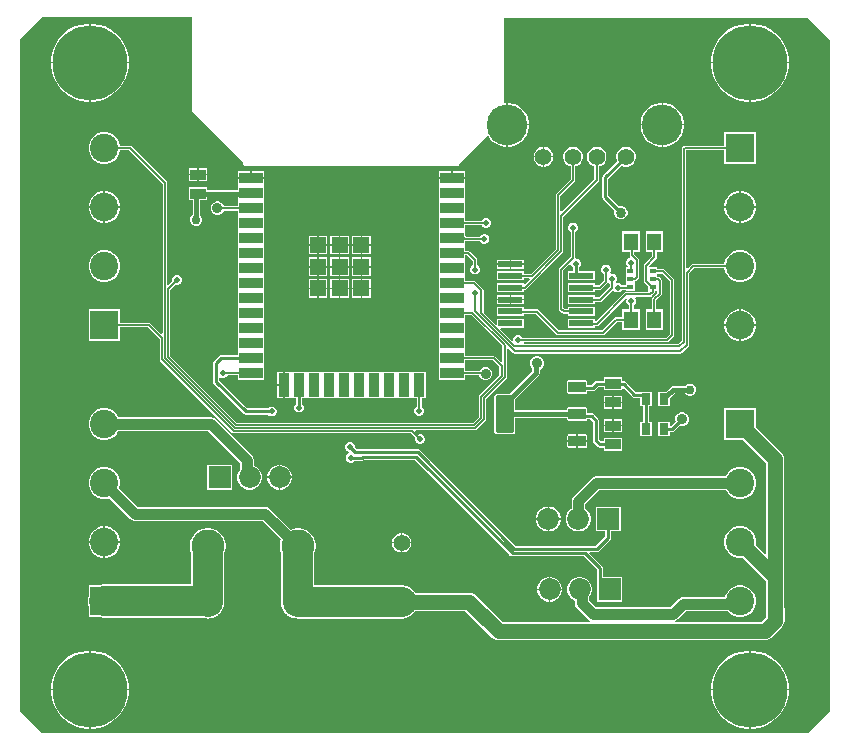
<source format=gtl>
G04*
G04 #@! TF.GenerationSoftware,Altium Limited,Altium Designer,22.7.1 (60)*
G04*
G04 Layer_Physical_Order=1*
G04 Layer_Color=255*
%FSLAX25Y25*%
%MOIN*%
G70*
G04*
G04 #@! TF.SameCoordinates,816887E5-1F56-4921-9221-960AF3535DAC*
G04*
G04*
G04 #@! TF.FilePolarity,Positive*
G04*
G01*
G75*
%ADD12C,0.01000*%
%ADD13C,0.00500*%
%ADD15R,0.05236X0.05236*%
%ADD16R,0.03543X0.07874*%
%ADD17R,0.07874X0.03543*%
%ADD19R,0.05217X0.03248*%
%ADD21R,0.04953X0.05756*%
%ADD33R,0.07284X0.07284*%
%ADD34C,0.07284*%
%ADD39R,0.03150X0.03937*%
%ADD40R,0.07874X0.01968*%
%ADD41R,0.01968X0.01575*%
G04:AMPARAMS|DCode=42|XSize=35.43mil|YSize=57.09mil|CornerRadius=1.95mil|HoleSize=0mil|Usage=FLASHONLY|Rotation=270.000|XOffset=0mil|YOffset=0mil|HoleType=Round|Shape=RoundedRectangle|*
%AMROUNDEDRECTD42*
21,1,0.03543,0.05319,0,0,270.0*
21,1,0.03154,0.05709,0,0,270.0*
1,1,0.00390,-0.02659,-0.01577*
1,1,0.00390,-0.02659,0.01577*
1,1,0.00390,0.02659,0.01577*
1,1,0.00390,0.02659,-0.01577*
%
%ADD42ROUNDEDRECTD42*%
G04:AMPARAMS|DCode=43|XSize=124.02mil|YSize=57.09mil|CornerRadius=2mil|HoleSize=0mil|Usage=FLASHONLY|Rotation=270.000|XOffset=0mil|YOffset=0mil|HoleType=Round|Shape=RoundedRectangle|*
%AMROUNDEDRECTD43*
21,1,0.12402,0.05309,0,0,270.0*
21,1,0.12002,0.05709,0,0,270.0*
1,1,0.00400,-0.02655,-0.06001*
1,1,0.00400,-0.02655,0.06001*
1,1,0.00400,0.02655,0.06001*
1,1,0.00400,0.02655,-0.06001*
%
%ADD43ROUNDEDRECTD43*%
%ADD44C,0.01500*%
%ADD45C,0.03500*%
%ADD46C,0.10000*%
%ADD47C,0.05000*%
%ADD48C,0.05591*%
%ADD49C,0.13583*%
%ADD50C,0.09449*%
%ADD51R,0.09449X0.09449*%
%ADD52C,0.25000*%
%ADD53C,0.10000*%
%ADD54C,0.05512*%
%ADD55C,0.11000*%
%ADD56C,0.02000*%
%ADD57C,0.03500*%
%ADD58C,0.03000*%
%ADD59C,0.03400*%
G36*
X184000Y291000D02*
X201199Y273801D01*
Y273134D01*
X201358Y272751D01*
X201740Y272593D01*
X272606D01*
X272989Y272751D01*
X273148Y273134D01*
Y273148D01*
X282439Y282439D01*
X282937Y282390D01*
X283431Y281651D01*
X284447Y280636D01*
X285641Y279838D01*
X286968Y279288D01*
X288376Y279008D01*
X288844D01*
Y286299D01*
Y293591D01*
X288376D01*
X288000Y293899D01*
Y322000D01*
X389463D01*
X396835Y314628D01*
Y90884D01*
X389431Y83480D01*
X134191D01*
X126787Y90884D01*
X126787Y314628D01*
X134191Y322032D01*
X184000D01*
Y291000D01*
D02*
G37*
%LPC*%
G36*
X371023Y320000D02*
X370250D01*
Y307250D01*
X383000D01*
Y308023D01*
X382680Y310044D01*
X382048Y311990D01*
X381119Y313813D01*
X379916Y315469D01*
X378469Y316916D01*
X376814Y318119D01*
X374990Y319048D01*
X373044Y319680D01*
X371023Y320000D01*
D02*
G37*
G36*
X369750D02*
X368977D01*
X366956Y319680D01*
X365010Y319048D01*
X363187Y318119D01*
X361531Y316916D01*
X360084Y315469D01*
X358881Y313813D01*
X357952Y311990D01*
X357320Y310044D01*
X357000Y308023D01*
Y307250D01*
X369750D01*
Y320000D01*
D02*
G37*
G36*
X151023D02*
X150250D01*
Y307250D01*
X163000D01*
Y308023D01*
X162680Y310044D01*
X162048Y311990D01*
X161119Y313813D01*
X159916Y315469D01*
X158469Y316916D01*
X156814Y318119D01*
X154990Y319048D01*
X153044Y319680D01*
X151023Y320000D01*
D02*
G37*
G36*
X149750D02*
X148977D01*
X146956Y319680D01*
X145010Y319048D01*
X143186Y318119D01*
X141531Y316916D01*
X140084Y315469D01*
X138881Y313813D01*
X137952Y311990D01*
X137320Y310044D01*
X137000Y308023D01*
Y307250D01*
X149750D01*
Y320000D01*
D02*
G37*
G36*
X383000Y306750D02*
X370250D01*
Y294000D01*
X371023D01*
X373044Y294320D01*
X374990Y294952D01*
X376814Y295881D01*
X378469Y297084D01*
X379916Y298531D01*
X381119Y300186D01*
X382048Y302010D01*
X382680Y303956D01*
X383000Y305977D01*
Y306750D01*
D02*
G37*
G36*
X369750D02*
X357000D01*
Y305977D01*
X357320Y303956D01*
X357952Y302010D01*
X358881Y300186D01*
X360084Y298531D01*
X361531Y297084D01*
X363187Y295881D01*
X365010Y294952D01*
X366956Y294320D01*
X368977Y294000D01*
X369750D01*
Y306750D01*
D02*
G37*
G36*
X163000D02*
X150250D01*
Y294000D01*
X151023D01*
X153044Y294320D01*
X154990Y294952D01*
X156814Y295881D01*
X158469Y297084D01*
X159916Y298531D01*
X161119Y300186D01*
X162048Y302010D01*
X162680Y303956D01*
X163000Y305977D01*
Y306750D01*
D02*
G37*
G36*
X149750D02*
X137000D01*
Y305977D01*
X137320Y303956D01*
X137952Y302010D01*
X138881Y300186D01*
X140084Y298531D01*
X141531Y297084D01*
X143186Y295881D01*
X145010Y294952D01*
X146956Y294320D01*
X148977Y294000D01*
X149750D01*
Y306750D01*
D02*
G37*
G36*
X341545Y293591D02*
X341077D01*
Y286549D01*
X348118D01*
Y287017D01*
X347838Y288426D01*
X347288Y289753D01*
X346490Y290947D01*
X345475Y291963D01*
X344281Y292761D01*
X342954Y293310D01*
X341545Y293591D01*
D02*
G37*
G36*
X289813D02*
X289345D01*
Y286549D01*
X296386D01*
Y287017D01*
X296106Y288426D01*
X295556Y289753D01*
X294758Y290947D01*
X293742Y291963D01*
X292548Y292761D01*
X291221Y293310D01*
X289813Y293591D01*
D02*
G37*
G36*
X340577D02*
X340109D01*
X338700Y293310D01*
X337373Y292761D01*
X336179Y291963D01*
X335163Y290947D01*
X334365Y289753D01*
X333816Y288426D01*
X333535Y287017D01*
Y286549D01*
X340577D01*
Y293591D01*
D02*
G37*
G36*
X348118Y286049D02*
X341077D01*
Y279008D01*
X341545D01*
X342954Y279288D01*
X344281Y279838D01*
X345475Y280636D01*
X346490Y281651D01*
X347288Y282845D01*
X347838Y284172D01*
X348118Y285581D01*
Y286049D01*
D02*
G37*
G36*
X340577D02*
X333535D01*
Y285581D01*
X333816Y284172D01*
X334365Y282845D01*
X335163Y281651D01*
X336179Y280636D01*
X337373Y279838D01*
X338700Y279288D01*
X340109Y279008D01*
X340577D01*
Y286049D01*
D02*
G37*
G36*
X296386D02*
X289345D01*
Y279008D01*
X289813D01*
X291221Y279288D01*
X292548Y279838D01*
X293742Y280636D01*
X294758Y281651D01*
X295556Y282845D01*
X296106Y284172D01*
X296386Y285581D01*
Y286049D01*
D02*
G37*
G36*
X301615Y278925D02*
X301431D01*
Y275880D01*
X304476D01*
Y276064D01*
X304252Y276902D01*
X303818Y277653D01*
X303204Y278267D01*
X302453Y278701D01*
X301615Y278925D01*
D02*
G37*
G36*
X300931D02*
X300747D01*
X299909Y278701D01*
X299158Y278267D01*
X298544Y277653D01*
X298110Y276902D01*
X297886Y276064D01*
Y275880D01*
X300931D01*
Y278925D01*
D02*
G37*
G36*
X329174D02*
X328306D01*
X327468Y278701D01*
X326717Y278267D01*
X326103Y277653D01*
X325670Y276902D01*
X325445Y276064D01*
Y275196D01*
X325670Y274358D01*
X325800Y274132D01*
X321098Y269430D01*
X320877Y269099D01*
X320799Y268709D01*
Y262181D01*
X320877Y261791D01*
X321098Y261460D01*
X324894Y257664D01*
X324800Y257438D01*
Y256562D01*
X325135Y255754D01*
X325754Y255135D01*
X326562Y254800D01*
X327438D01*
X328246Y255135D01*
X328865Y255754D01*
X329200Y256562D01*
Y257438D01*
X328865Y258246D01*
X328246Y258865D01*
X327438Y259200D01*
X326562D01*
X326336Y259106D01*
X322838Y262603D01*
Y268286D01*
X327242Y272690D01*
X327468Y272559D01*
X328306Y272335D01*
X329174D01*
X330012Y272559D01*
X330764Y272993D01*
X331377Y273607D01*
X331811Y274358D01*
X332035Y275196D01*
Y276064D01*
X331811Y276902D01*
X331377Y277653D01*
X330764Y278267D01*
X330012Y278701D01*
X329174Y278925D01*
D02*
G37*
G36*
X304476Y275380D02*
X301431D01*
Y272335D01*
X301615D01*
X302453Y272559D01*
X303204Y272993D01*
X303818Y273607D01*
X304252Y274358D01*
X304476Y275196D01*
Y275380D01*
D02*
G37*
G36*
X300931D02*
X297886D01*
Y275196D01*
X298110Y274358D01*
X298544Y273607D01*
X299158Y272993D01*
X299909Y272559D01*
X300747Y272335D01*
X300931D01*
Y275380D01*
D02*
G37*
G36*
X189100Y271754D02*
X186242D01*
Y269880D01*
X189100D01*
Y271754D01*
D02*
G37*
G36*
X185742D02*
X182884D01*
Y269880D01*
X185742D01*
Y271754D01*
D02*
G37*
G36*
X275075Y270721D02*
X270888D01*
Y268699D01*
X275075D01*
Y270721D01*
D02*
G37*
G36*
X270388D02*
X266201D01*
Y268699D01*
X270388D01*
Y270721D01*
D02*
G37*
G36*
X208146D02*
X203959D01*
Y268699D01*
X208146D01*
Y270721D01*
D02*
G37*
G36*
X203459D02*
X199272D01*
Y268699D01*
X203459D01*
Y270721D01*
D02*
G37*
G36*
X189100Y269380D02*
X186242D01*
Y267506D01*
X189100D01*
Y269380D01*
D02*
G37*
G36*
X185742D02*
X182884D01*
Y267506D01*
X185742D01*
Y269380D01*
D02*
G37*
G36*
X208146Y268199D02*
X199272D01*
Y266220D01*
X199272Y266177D01*
Y265721D01*
X199272Y265677D01*
Y264605D01*
X189100D01*
Y265455D01*
X182884D01*
Y261207D01*
X184225D01*
Y256154D01*
X183805Y255733D01*
X183500Y254998D01*
Y254202D01*
X183805Y253467D01*
X184367Y252905D01*
X185102Y252600D01*
X185898D01*
X186633Y252905D01*
X187196Y253467D01*
X187500Y254202D01*
Y254998D01*
X187196Y255733D01*
X186775Y256154D01*
Y261207D01*
X189100D01*
Y262056D01*
X199272D01*
Y261221D01*
X199272Y261177D01*
Y260720D01*
X199272Y260677D01*
Y259165D01*
X194656D01*
X194437Y259694D01*
X193794Y260336D01*
X192954Y260684D01*
X192046D01*
X191206Y260336D01*
X190563Y259694D01*
X190216Y258854D01*
Y257946D01*
X190563Y257106D01*
X191206Y256464D01*
X192046Y256116D01*
X192954D01*
X193794Y256464D01*
X194437Y257106D01*
X194656Y257635D01*
X199272D01*
Y256221D01*
X199272Y256177D01*
Y255720D01*
X199272Y255677D01*
Y251220D01*
X199272Y251177D01*
Y250721D01*
X199272Y250677D01*
Y246220D01*
X199272Y246177D01*
Y245721D01*
X199272Y245677D01*
Y241220D01*
X199272Y241177D01*
Y240721D01*
X199272Y240677D01*
Y236221D01*
X199272Y236177D01*
Y235720D01*
X199272Y235677D01*
Y231221D01*
X199272Y231177D01*
Y230720D01*
X199272Y230677D01*
Y226220D01*
X199272Y226177D01*
Y225721D01*
X199272Y225677D01*
Y221220D01*
X199272Y221177D01*
Y220721D01*
X199272Y220677D01*
Y216220D01*
X199272Y216177D01*
Y215721D01*
X199272Y215677D01*
Y211221D01*
X199272Y211177D01*
Y210720D01*
X199272Y210677D01*
Y209468D01*
X193849D01*
X193459Y209391D01*
X193128Y209170D01*
X191379Y207421D01*
X191158Y207090D01*
X191080Y206700D01*
Y200500D01*
X191158Y200110D01*
X191379Y199779D01*
X201179Y189979D01*
X201510Y189758D01*
X201900Y189680D01*
X209308D01*
X209674Y189315D01*
X210275Y189066D01*
X210925D01*
X211526Y189315D01*
X211985Y189774D01*
X212234Y190375D01*
Y191025D01*
X211985Y191626D01*
X211526Y192085D01*
X210925Y192334D01*
X210275D01*
X209674Y192085D01*
X209308Y191720D01*
X202322D01*
X193120Y200922D01*
Y201816D01*
X193620Y201996D01*
X194175Y201766D01*
X194825D01*
X195426Y202015D01*
X195885Y202474D01*
X195972Y202684D01*
X199272D01*
Y201177D01*
X208146D01*
Y205720D01*
X208146D01*
Y206177D01*
X208146D01*
Y210677D01*
X208146Y210720D01*
Y211177D01*
X208146Y211221D01*
Y215677D01*
X208146Y215721D01*
Y216177D01*
X208146Y216220D01*
Y220677D01*
X208146Y220721D01*
Y221177D01*
X208146Y221220D01*
Y225677D01*
X208146Y225721D01*
Y226177D01*
X208146Y226220D01*
Y230677D01*
X208146Y230720D01*
Y231177D01*
X208146Y231221D01*
Y235677D01*
X208146Y235720D01*
Y236177D01*
X208146Y236221D01*
Y240677D01*
X208146Y240721D01*
Y241177D01*
X208146Y241220D01*
Y245677D01*
X208146Y245721D01*
Y246177D01*
X208146Y246220D01*
Y250677D01*
X208146Y250721D01*
Y251177D01*
X208146Y251220D01*
Y255677D01*
X208146Y255720D01*
Y256177D01*
X208146Y256221D01*
Y260677D01*
X208146Y260720D01*
Y261177D01*
X208146Y261221D01*
Y265677D01*
X208146Y265721D01*
Y266177D01*
X208146Y266220D01*
Y268199D01*
D02*
G37*
G36*
X367416Y264067D02*
X366978D01*
Y259092D01*
X371953D01*
Y259530D01*
X371597Y260859D01*
X370909Y262050D01*
X369936Y263023D01*
X368745Y263711D01*
X367416Y264067D01*
D02*
G37*
G36*
X366478D02*
X366040D01*
X364712Y263711D01*
X363521Y263023D01*
X362548Y262050D01*
X361860Y260859D01*
X361504Y259530D01*
Y259092D01*
X366478D01*
Y264067D01*
D02*
G37*
G36*
X155459D02*
X155022D01*
Y259092D01*
X159996D01*
Y259530D01*
X159640Y260859D01*
X158952Y262050D01*
X157980Y263023D01*
X156788Y263711D01*
X155459Y264067D01*
D02*
G37*
G36*
X154522D02*
X154084D01*
X152755Y263711D01*
X151564Y263023D01*
X150591Y262050D01*
X149903Y260859D01*
X149547Y259530D01*
Y259092D01*
X154522D01*
Y264067D01*
D02*
G37*
G36*
X319332Y278925D02*
X318464D01*
X317626Y278701D01*
X316874Y278267D01*
X316261Y277653D01*
X315827Y276902D01*
X315602Y276064D01*
Y275196D01*
X315827Y274358D01*
X316261Y273607D01*
X316874Y272993D01*
X317626Y272559D01*
X318133Y272423D01*
Y268033D01*
X307313Y257214D01*
X306851Y257405D01*
Y262463D01*
X311564Y267176D01*
X311730Y267424D01*
X311788Y267717D01*
X311788Y267717D01*
Y272423D01*
X312296Y272559D01*
X313047Y272993D01*
X313661Y273607D01*
X314094Y274358D01*
X314319Y275196D01*
Y276064D01*
X314094Y276902D01*
X313661Y277653D01*
X313047Y278267D01*
X312296Y278701D01*
X311457Y278925D01*
X310590D01*
X309752Y278701D01*
X309000Y278267D01*
X308387Y277653D01*
X307953Y276902D01*
X307728Y276064D01*
Y275196D01*
X307953Y274358D01*
X308387Y273607D01*
X309000Y272993D01*
X309752Y272559D01*
X310259Y272423D01*
Y268033D01*
X305546Y263320D01*
X305380Y263072D01*
X305322Y262779D01*
Y244825D01*
X297135Y236639D01*
X294626D01*
Y237358D01*
X285752D01*
Y234390D01*
X294626D01*
Y235109D01*
X296367D01*
X296558Y234647D01*
X295088Y233177D01*
X294626Y233369D01*
Y233421D01*
X285752D01*
Y230453D01*
X294626D01*
Y231172D01*
X294929D01*
X295222Y231230D01*
X295470Y231396D01*
X307627Y243554D01*
X307793Y243802D01*
X307851Y244094D01*
Y255589D01*
X319438Y267176D01*
X319604Y267424D01*
X319662Y267717D01*
Y272423D01*
X320170Y272559D01*
X320921Y272993D01*
X321534Y273607D01*
X321968Y274358D01*
X322193Y275196D01*
Y276064D01*
X321968Y276902D01*
X321534Y277653D01*
X320921Y278267D01*
X320170Y278701D01*
X319332Y278925D01*
D02*
G37*
G36*
X371953Y258593D02*
X366978D01*
Y253618D01*
X367416D01*
X368745Y253974D01*
X369936Y254662D01*
X370909Y255635D01*
X371597Y256826D01*
X371953Y258155D01*
Y258593D01*
D02*
G37*
G36*
X366478D02*
X361504D01*
Y258155D01*
X361860Y256826D01*
X362548Y255635D01*
X363521Y254662D01*
X364712Y253974D01*
X366040Y253618D01*
X366478D01*
Y258593D01*
D02*
G37*
G36*
X159996Y258593D02*
X155022D01*
Y253618D01*
X155459D01*
X156788Y253974D01*
X157980Y254662D01*
X158952Y255635D01*
X159640Y256826D01*
X159996Y258155D01*
Y258593D01*
D02*
G37*
G36*
X154522D02*
X149547D01*
Y258155D01*
X149903Y256826D01*
X150591Y255635D01*
X151564Y254662D01*
X152755Y253974D01*
X154084Y253618D01*
X154522D01*
Y258593D01*
D02*
G37*
G36*
X371953Y283752D02*
X361504D01*
Y279292D01*
X348293D01*
X348000Y279234D01*
X347752Y279068D01*
X347459Y278775D01*
X347293Y278527D01*
X347235Y278235D01*
Y214317D01*
X346083Y213165D01*
X294854D01*
X294587Y213665D01*
X294635Y213735D01*
X342200D01*
X342493Y213793D01*
X342741Y213959D01*
X344541Y215759D01*
X344541Y215759D01*
X344707Y216007D01*
X344765Y216300D01*
Y234400D01*
X344765Y234400D01*
X344707Y234693D01*
X344541Y234941D01*
X341543Y237938D01*
X341295Y238104D01*
X341002Y238162D01*
X339063D01*
Y238685D01*
X336574D01*
X336367Y239185D01*
X338726Y241544D01*
X338892Y241792D01*
X338950Y242085D01*
Y243960D01*
X341162D01*
Y250717D01*
X335208D01*
Y243960D01*
X337420D01*
Y242402D01*
X334859Y239841D01*
X334694Y239593D01*
X334635Y239300D01*
Y234185D01*
X334694Y233892D01*
X334859Y233644D01*
X335743Y232761D01*
X335973Y232607D01*
X336094Y232486D01*
Y230992D01*
X336094D01*
X335942Y230556D01*
X335881Y230465D01*
X328700D01*
X328407Y230406D01*
X328159Y230241D01*
X318748Y220830D01*
X318248Y220921D01*
Y221610D01*
X309374D01*
Y218642D01*
X318248D01*
Y219235D01*
X319000D01*
X319293Y219293D01*
X319541Y219459D01*
X328634Y228553D01*
X328679Y228544D01*
X328970Y227976D01*
X328866Y227725D01*
Y227075D01*
X329115Y226474D01*
X329574Y226015D01*
X329728Y225951D01*
Y224717D01*
X327516D01*
Y222103D01*
X325339D01*
X325046Y222045D01*
X324798Y221879D01*
X320683Y217765D01*
X306317D01*
X299541Y224541D01*
X299293Y224707D01*
X299000Y224765D01*
X294626D01*
Y225547D01*
X285752D01*
Y222579D01*
X294626D01*
Y223235D01*
X298683D01*
X305459Y216459D01*
X305459Y216459D01*
X305707Y216294D01*
X306000Y216235D01*
X321000D01*
X321293Y216294D01*
X321541Y216459D01*
X325655Y220574D01*
X327516D01*
Y217960D01*
X333469D01*
Y224717D01*
X331257D01*
Y225945D01*
X331426Y226015D01*
X331885Y226474D01*
X332134Y227075D01*
Y227725D01*
X331885Y228326D01*
X331776Y228435D01*
X331983Y228935D01*
X336700D01*
X336993Y228994D01*
X337241Y229159D01*
X338120Y230038D01*
X338285Y230286D01*
X338343Y230579D01*
Y230992D01*
X339063D01*
X339135Y230522D01*
Y230317D01*
X337559Y228741D01*
X337393Y228493D01*
X337335Y228200D01*
Y224717D01*
X335208D01*
Y217960D01*
X341162D01*
Y224717D01*
X338865D01*
Y227883D01*
X340441Y229459D01*
X340441Y229459D01*
X340606Y229707D01*
X340665Y230000D01*
Y234300D01*
X340606Y234593D01*
X340441Y234841D01*
X339902Y235379D01*
X339654Y235545D01*
X339361Y235603D01*
X339063D01*
Y236633D01*
X340686D01*
X343235Y234083D01*
Y216617D01*
X341883Y215265D01*
X294152D01*
X294085Y215426D01*
X293626Y215885D01*
X293025Y216134D01*
X292375D01*
X291774Y215885D01*
X291315Y215426D01*
X291066Y214825D01*
Y214523D01*
X290566Y214316D01*
X286702Y218180D01*
X286893Y218642D01*
X294626D01*
Y221610D01*
X285752D01*
Y219783D01*
X285290Y219591D01*
X281217Y223665D01*
Y231048D01*
X281217Y231048D01*
X281158Y231341D01*
X280993Y231589D01*
X278592Y233990D01*
X278344Y234155D01*
X278051Y234213D01*
X275075D01*
Y235677D01*
X275075Y235720D01*
Y236177D01*
X275075Y236221D01*
Y240677D01*
X275075Y240721D01*
Y241177D01*
X275075Y241220D01*
Y242684D01*
X275834D01*
X277635Y240883D01*
Y239452D01*
X277474Y239385D01*
X277015Y238926D01*
X276766Y238325D01*
Y237675D01*
X277015Y237074D01*
X277474Y236615D01*
X278075Y236366D01*
X278725D01*
X279326Y236615D01*
X279785Y237074D01*
X280034Y237675D01*
Y238325D01*
X279785Y238926D01*
X279326Y239385D01*
X279165Y239452D01*
Y241200D01*
X279106Y241493D01*
X278941Y241741D01*
X276692Y243989D01*
X276444Y244155D01*
X276151Y244214D01*
X275075D01*
Y245677D01*
X275075Y245721D01*
Y246177D01*
X275075Y246220D01*
Y247435D01*
X280048D01*
X280115Y247274D01*
X280574Y246815D01*
X281175Y246566D01*
X281825D01*
X282426Y246815D01*
X282885Y247274D01*
X283134Y247875D01*
Y248525D01*
X282885Y249126D01*
X282426Y249585D01*
X281825Y249834D01*
X281175D01*
X280574Y249585D01*
X280115Y249126D01*
X280048Y248965D01*
X275504D01*
X275075Y249364D01*
Y250677D01*
X275075Y250721D01*
Y251177D01*
X275075Y251220D01*
Y252735D01*
X280548D01*
X280615Y252574D01*
X281074Y252115D01*
X281675Y251866D01*
X282325D01*
X282926Y252115D01*
X283385Y252574D01*
X283634Y253175D01*
Y253825D01*
X283385Y254426D01*
X282926Y254885D01*
X282325Y255134D01*
X281675D01*
X281074Y254885D01*
X280615Y254426D01*
X280548Y254265D01*
X275075D01*
Y255677D01*
X275075Y255720D01*
Y256177D01*
X275075Y256221D01*
Y260677D01*
X275075Y260720D01*
Y261177D01*
X275075Y261221D01*
Y265677D01*
X275075Y265721D01*
Y266177D01*
X275075Y266220D01*
Y268199D01*
X266201D01*
Y266220D01*
X266201Y266177D01*
Y265721D01*
X266201Y265677D01*
Y261221D01*
X266201Y261177D01*
Y260720D01*
X266201Y260677D01*
Y256221D01*
X266201Y256177D01*
Y255720D01*
X266201Y255677D01*
Y251220D01*
X266201Y251177D01*
Y250721D01*
X266201Y250677D01*
Y246220D01*
X266201Y246177D01*
Y245721D01*
X266201Y245677D01*
Y241220D01*
X266201Y241177D01*
Y240721D01*
X266201Y240677D01*
Y236221D01*
X266201Y236177D01*
Y235720D01*
X266201Y235677D01*
Y231221D01*
X266201Y231177D01*
Y230720D01*
X266201Y230677D01*
Y226220D01*
X266201Y226177D01*
Y225721D01*
X266201Y225677D01*
Y221220D01*
X266201Y221177D01*
Y220721D01*
X266201Y220677D01*
Y216220D01*
X266201Y216177D01*
Y215721D01*
X266201Y215677D01*
Y211221D01*
X266201Y211177D01*
Y210720D01*
X266201Y210677D01*
Y206221D01*
X266201Y206177D01*
Y205720D01*
X266201Y205677D01*
Y201177D01*
X275075D01*
Y202684D01*
X279683D01*
X279963Y202006D01*
X280606Y201363D01*
X281446Y201016D01*
X282354D01*
X283194Y201363D01*
X283837Y202006D01*
X284184Y202846D01*
Y203754D01*
X283837Y204594D01*
X283194Y205237D01*
X282354Y205584D01*
X281446D01*
X280606Y205237D01*
X279963Y204594D01*
X279806Y204214D01*
X275075D01*
Y205677D01*
X275075Y205720D01*
Y206177D01*
X275075Y206221D01*
Y207684D01*
X284234D01*
X286435Y205483D01*
Y202831D01*
X279759Y196155D01*
X279593Y195907D01*
X279535Y195614D01*
Y188817D01*
X277683Y186965D01*
X199117D01*
X176765Y209317D01*
Y231183D01*
X178514Y232932D01*
X178675Y232866D01*
X179325D01*
X179926Y233115D01*
X180385Y233574D01*
X180634Y234175D01*
Y234825D01*
X180385Y235426D01*
X179926Y235885D01*
X179325Y236134D01*
X178675D01*
X178074Y235885D01*
X177615Y235426D01*
X177366Y234825D01*
Y234175D01*
X177432Y234014D01*
X176227Y232808D01*
X175765Y232999D01*
Y266900D01*
X175707Y267193D01*
X175541Y267441D01*
X163913Y279068D01*
X163665Y279234D01*
X163372Y279292D01*
X159976D01*
X159640Y280544D01*
X158952Y281735D01*
X157980Y282708D01*
X156788Y283396D01*
X155459Y283752D01*
X154084D01*
X152755Y283396D01*
X151564Y282708D01*
X150591Y281735D01*
X149903Y280544D01*
X149547Y279215D01*
Y277840D01*
X149903Y276511D01*
X150591Y275320D01*
X151564Y274347D01*
X152755Y273659D01*
X154084Y273303D01*
X155459D01*
X156788Y273659D01*
X157980Y274347D01*
X158952Y275320D01*
X159640Y276511D01*
X159976Y277763D01*
X163056D01*
X174235Y266583D01*
Y216699D01*
X173773Y216508D01*
X170268Y220013D01*
X170020Y220179D01*
X169728Y220237D01*
X159996D01*
Y224697D01*
X149547D01*
Y214248D01*
X159996D01*
Y218708D01*
X169411D01*
X173235Y214883D01*
Y208172D01*
X173293Y207879D01*
X173459Y207631D01*
X197431Y183659D01*
X197431Y183659D01*
X197679Y183493D01*
X197972Y183435D01*
X197972Y183435D01*
X256883D01*
X258433Y181886D01*
X258366Y181725D01*
Y181075D01*
X258615Y180474D01*
X259074Y180015D01*
X259675Y179766D01*
X260325D01*
X260926Y180015D01*
X261385Y180474D01*
X261634Y181075D01*
Y181725D01*
X261385Y182326D01*
X260926Y182785D01*
X260325Y183034D01*
X259675D01*
X259514Y182968D01*
X258508Y183973D01*
X258699Y184435D01*
X278414D01*
X278707Y184494D01*
X278955Y184659D01*
X281841Y187545D01*
X282007Y187793D01*
X282065Y188086D01*
Y194883D01*
X288741Y201559D01*
X288741Y201559D01*
X288907Y201807D01*
X288965Y202100D01*
Y211686D01*
X289427Y211878D01*
X291098Y210206D01*
X291347Y210040D01*
X291639Y209982D01*
X346747D01*
X347039Y210040D01*
X347287Y210206D01*
X349541Y212459D01*
X349707Y212707D01*
X349765Y213000D01*
Y236683D01*
X351474Y238393D01*
X361525D01*
X361860Y237141D01*
X362548Y235950D01*
X363521Y234977D01*
X364712Y234289D01*
X366040Y233933D01*
X367416D01*
X368745Y234289D01*
X369936Y234977D01*
X370909Y235950D01*
X371597Y237141D01*
X371953Y238470D01*
Y239845D01*
X371597Y241174D01*
X370909Y242365D01*
X369936Y243338D01*
X368745Y244026D01*
X367416Y244382D01*
X366040D01*
X364712Y244026D01*
X363521Y243338D01*
X362548Y242365D01*
X361860Y241174D01*
X361525Y239922D01*
X351157D01*
X351157Y239922D01*
X350865Y239864D01*
X350617Y239698D01*
X349227Y238308D01*
X348765Y238499D01*
Y277763D01*
X361504D01*
Y273303D01*
X371953D01*
Y283752D01*
D02*
G37*
G36*
X243579Y249264D02*
X240711D01*
Y246396D01*
X243579D01*
Y249264D01*
D02*
G37*
G36*
X240211D02*
X237343D01*
Y246396D01*
X240211D01*
Y249264D01*
D02*
G37*
G36*
X236354D02*
X233486D01*
Y246396D01*
X236354D01*
Y249264D01*
D02*
G37*
G36*
X232986D02*
X230118D01*
Y246396D01*
X232986D01*
Y249264D01*
D02*
G37*
G36*
X229130D02*
X226262D01*
Y246396D01*
X229130D01*
Y249264D01*
D02*
G37*
G36*
X225762D02*
X222894D01*
Y246396D01*
X225762D01*
Y249264D01*
D02*
G37*
G36*
X243579Y245896D02*
X240711D01*
Y243028D01*
X243579D01*
Y245896D01*
D02*
G37*
G36*
X240211D02*
X237343D01*
Y243028D01*
X240211D01*
Y245896D01*
D02*
G37*
G36*
X236354D02*
X233486D01*
Y243028D01*
X236354D01*
Y245896D01*
D02*
G37*
G36*
X232986D02*
X230118D01*
Y243028D01*
X232986D01*
Y245896D01*
D02*
G37*
G36*
X229130D02*
X226262D01*
Y243028D01*
X229130D01*
Y245896D01*
D02*
G37*
G36*
X225762D02*
X222894D01*
Y243028D01*
X225762D01*
Y245896D01*
D02*
G37*
G36*
X294626Y241295D02*
X290439D01*
Y240061D01*
X294626D01*
Y241295D01*
D02*
G37*
G36*
X289939D02*
X285752D01*
Y240061D01*
X289939D01*
Y241295D01*
D02*
G37*
G36*
X243579Y242039D02*
X240711D01*
Y239171D01*
X243579D01*
Y242039D01*
D02*
G37*
G36*
X240211D02*
X237343D01*
Y239171D01*
X240211D01*
Y242039D01*
D02*
G37*
G36*
X236354D02*
X233486D01*
Y239171D01*
X236354D01*
Y242039D01*
D02*
G37*
G36*
X232986D02*
X230118D01*
Y239171D01*
X232986D01*
Y242039D01*
D02*
G37*
G36*
X229130D02*
X226262D01*
Y239171D01*
X229130D01*
Y242039D01*
D02*
G37*
G36*
X225762D02*
X222894D01*
Y239171D01*
X225762D01*
Y242039D01*
D02*
G37*
G36*
X294626Y239561D02*
X290439D01*
Y238327D01*
X294626D01*
Y239561D01*
D02*
G37*
G36*
X289939D02*
X285752D01*
Y238327D01*
X289939D01*
Y239561D01*
D02*
G37*
G36*
X243579Y238671D02*
X240711D01*
Y235803D01*
X243579D01*
Y238671D01*
D02*
G37*
G36*
X240211D02*
X237343D01*
Y235803D01*
X240211D01*
Y238671D01*
D02*
G37*
G36*
X236354D02*
X233486D01*
Y235803D01*
X236354D01*
Y238671D01*
D02*
G37*
G36*
X232986D02*
X230118D01*
Y235803D01*
X232986D01*
Y238671D01*
D02*
G37*
G36*
X229130D02*
X226262D01*
Y235803D01*
X229130D01*
Y238671D01*
D02*
G37*
G36*
X225762D02*
X222894D01*
Y235803D01*
X225762D01*
Y238671D01*
D02*
G37*
G36*
X311325Y253634D02*
X310675D01*
X310074Y253385D01*
X309615Y252926D01*
X309366Y252325D01*
Y251675D01*
X309615Y251074D01*
X310074Y250615D01*
X310235Y250548D01*
Y242317D01*
X306459Y238541D01*
X306294Y238293D01*
X306235Y238000D01*
Y225000D01*
X306294Y224707D01*
X306459Y224459D01*
X307396Y223522D01*
X307644Y223357D01*
X307937Y223298D01*
X309374D01*
Y222579D01*
X318248D01*
Y225547D01*
X309374D01*
Y224828D01*
X308254D01*
X307765Y225317D01*
Y237683D01*
X309904Y239822D01*
X310394Y239606D01*
X310615Y239074D01*
X310980Y238708D01*
Y237358D01*
X309374D01*
Y234390D01*
X318248D01*
Y237358D01*
X313020D01*
Y238708D01*
X313385Y239074D01*
X313634Y239675D01*
Y240325D01*
X313385Y240926D01*
X312926Y241385D01*
X312325Y241634D01*
X312202D01*
X311765Y242000D01*
X311765Y242096D01*
Y250548D01*
X311926Y250615D01*
X312385Y251074D01*
X312634Y251675D01*
Y252325D01*
X312385Y252926D01*
X311926Y253385D01*
X311325Y253634D01*
D02*
G37*
G36*
X155459Y244382D02*
X154084D01*
X152755Y244026D01*
X151564Y243338D01*
X150591Y242365D01*
X149903Y241174D01*
X149547Y239845D01*
Y238470D01*
X149903Y237141D01*
X150591Y235950D01*
X151564Y234977D01*
X152755Y234289D01*
X154084Y233933D01*
X155459D01*
X156788Y234289D01*
X157980Y234977D01*
X158952Y235950D01*
X159640Y237141D01*
X159996Y238470D01*
Y239845D01*
X159640Y241174D01*
X158952Y242365D01*
X157980Y243338D01*
X156788Y244026D01*
X155459Y244382D01*
D02*
G37*
G36*
X333469Y250717D02*
X327516D01*
Y243960D01*
X329935D01*
Y242800D01*
X329994Y242507D01*
X330049Y242424D01*
X330053Y242347D01*
X329938Y241950D01*
X329864Y241847D01*
X329474Y241685D01*
X329015Y241226D01*
X328766Y240625D01*
Y239975D01*
X329015Y239374D01*
X329204Y239185D01*
X328997Y238685D01*
X328614D01*
Y236110D01*
Y232765D01*
X327352D01*
X327285Y232926D01*
X326826Y233385D01*
X326225Y233634D01*
X325653D01*
X325486Y233862D01*
X325395Y234096D01*
X325634Y234675D01*
Y235325D01*
X325385Y235926D01*
X324926Y236385D01*
X324325Y236634D01*
X323675D01*
X323637Y236618D01*
X323354Y237042D01*
X323385Y237074D01*
X323634Y237675D01*
Y238325D01*
X323385Y238926D01*
X322926Y239385D01*
X322325Y239634D01*
X321675D01*
X321074Y239385D01*
X320615Y238926D01*
X320366Y238325D01*
Y237675D01*
X320615Y237074D01*
X321074Y236615D01*
X321235Y236548D01*
Y234317D01*
X319620Y232702D01*
X318248D01*
Y233421D01*
X309374D01*
Y230453D01*
X318248D01*
Y231172D01*
X319937D01*
X320230Y231230D01*
X320478Y231396D01*
X322541Y233459D01*
X322735Y233516D01*
X323235Y233163D01*
Y232317D01*
X319683Y228765D01*
X318248D01*
Y229484D01*
X309374D01*
Y226516D01*
X318248D01*
Y227235D01*
X320000D01*
X320293Y227293D01*
X320541Y227459D01*
X324056Y230975D01*
X324689Y230900D01*
X324974Y230615D01*
X325575Y230366D01*
X326225D01*
X326826Y230615D01*
X327285Y231074D01*
X327352Y231235D01*
X328614D01*
Y230992D01*
X331583D01*
Y234074D01*
X331739D01*
X332031Y234132D01*
X332279Y234298D01*
X332841Y234859D01*
X332841Y234859D01*
X333007Y235107D01*
X333065Y235400D01*
Y241200D01*
X333007Y241493D01*
X332841Y241741D01*
X331465Y243117D01*
Y243960D01*
X333469D01*
Y250717D01*
D02*
G37*
G36*
X243579Y234815D02*
X240711D01*
Y231947D01*
X243579D01*
Y234815D01*
D02*
G37*
G36*
X240211D02*
X237343D01*
Y231947D01*
X240211D01*
Y234815D01*
D02*
G37*
G36*
X236354D02*
X233486D01*
Y231947D01*
X236354D01*
Y234815D01*
D02*
G37*
G36*
X232986D02*
X230118D01*
Y231947D01*
X232986D01*
Y234815D01*
D02*
G37*
G36*
X229130D02*
X226262D01*
Y231947D01*
X229130D01*
Y234815D01*
D02*
G37*
G36*
X225762D02*
X222894D01*
Y231947D01*
X225762D01*
Y234815D01*
D02*
G37*
G36*
X243579Y231447D02*
X240711D01*
Y228579D01*
X243579D01*
Y231447D01*
D02*
G37*
G36*
X240211D02*
X237343D01*
Y228579D01*
X240211D01*
Y231447D01*
D02*
G37*
G36*
X236354D02*
X233486D01*
Y228579D01*
X236354D01*
Y231447D01*
D02*
G37*
G36*
X232986D02*
X230118D01*
Y228579D01*
X232986D01*
Y231447D01*
D02*
G37*
G36*
X229130D02*
X226262D01*
Y228579D01*
X229130D01*
Y231447D01*
D02*
G37*
G36*
X225762D02*
X222894D01*
Y228579D01*
X225762D01*
Y231447D01*
D02*
G37*
G36*
X294626Y229484D02*
X290439D01*
Y228250D01*
X294626D01*
Y229484D01*
D02*
G37*
G36*
X289939D02*
X285752D01*
Y228250D01*
X289939D01*
Y229484D01*
D02*
G37*
G36*
X294626Y227750D02*
X290439D01*
Y226516D01*
X294626D01*
Y227750D01*
D02*
G37*
G36*
X289939D02*
X285752D01*
Y226516D01*
X289939D01*
Y227750D01*
D02*
G37*
G36*
X367416Y224697D02*
X366978D01*
Y219722D01*
X371953D01*
Y220160D01*
X371597Y221489D01*
X370909Y222680D01*
X369936Y223653D01*
X368745Y224341D01*
X367416Y224697D01*
D02*
G37*
G36*
X366478D02*
X366040D01*
X364712Y224341D01*
X363521Y223653D01*
X362548Y222680D01*
X361860Y221489D01*
X361504Y220160D01*
Y219722D01*
X366478D01*
Y224697D01*
D02*
G37*
G36*
X371953Y219222D02*
X366978D01*
Y214248D01*
X367416D01*
X368745Y214604D01*
X369936Y215292D01*
X370909Y216265D01*
X371597Y217456D01*
X371953Y218785D01*
Y219222D01*
D02*
G37*
G36*
X366478D02*
X361504D01*
Y218785D01*
X361860Y217456D01*
X362548Y216265D01*
X363521Y215292D01*
X364712Y214604D01*
X366040Y214248D01*
X366478D01*
Y219222D01*
D02*
G37*
G36*
X257402Y203949D02*
X256945D01*
X256902Y203949D01*
X252445D01*
X252402Y203949D01*
X251945D01*
X251902Y203949D01*
X247445D01*
X247402Y203949D01*
X246945D01*
X246902Y203949D01*
X242445D01*
X242402Y203949D01*
X241945D01*
X241902Y203949D01*
X237445D01*
X237402Y203949D01*
X236945D01*
X236902Y203949D01*
X232445D01*
X232402Y203949D01*
X231945D01*
X231902Y203949D01*
X227445D01*
X227402Y203949D01*
X226945D01*
X226902Y203949D01*
X222445D01*
X222402Y203949D01*
X221945D01*
X221902Y203949D01*
X217445D01*
X217402Y203949D01*
X216945D01*
X216902Y203949D01*
X214923D01*
Y199512D01*
Y195075D01*
X216902D01*
X216945Y195075D01*
X217402D01*
X217445Y195075D01*
X218687D01*
Y193292D01*
X218321Y192926D01*
X218072Y192325D01*
Y191675D01*
X218321Y191074D01*
X218780Y190615D01*
X219381Y190366D01*
X220031D01*
X220632Y190615D01*
X221092Y191074D01*
X221340Y191675D01*
Y192325D01*
X221092Y192926D01*
X220726Y193292D01*
Y195075D01*
X221902D01*
X221945Y195075D01*
X222402D01*
X222445Y195075D01*
X226902D01*
X226945Y195075D01*
X227402D01*
X227445Y195075D01*
X231902D01*
X231945Y195075D01*
X232402D01*
X232445Y195075D01*
X236902D01*
X236945Y195075D01*
X237402D01*
X237445Y195075D01*
X241902D01*
X241945Y195075D01*
X242402D01*
X242445Y195075D01*
X246902D01*
X246945Y195075D01*
X247402D01*
X247445Y195075D01*
X251902D01*
X251945Y195075D01*
X252402D01*
X252445Y195075D01*
X256902D01*
X256945Y195075D01*
X257402D01*
X257445Y195075D01*
X259035D01*
Y192352D01*
X258874Y192285D01*
X258415Y191826D01*
X258166Y191225D01*
Y190575D01*
X258415Y189974D01*
X258874Y189515D01*
X259475Y189266D01*
X260125D01*
X260726Y189515D01*
X261185Y189974D01*
X261434Y190575D01*
Y191225D01*
X261185Y191826D01*
X260726Y192285D01*
X260565Y192352D01*
Y195075D01*
X261945D01*
Y203949D01*
X257445D01*
X257402Y203949D01*
D02*
G37*
G36*
X214423Y203949D02*
X212402D01*
Y199762D01*
X214423D01*
Y203949D01*
D02*
G37*
G36*
X327447Y202112D02*
X321230D01*
Y201008D01*
X319088D01*
X318698Y200930D01*
X318367Y200709D01*
X317178Y199520D01*
X315813D01*
Y200470D01*
X315759Y200742D01*
X315605Y200972D01*
X315375Y201125D01*
X315104Y201179D01*
X309785D01*
X309514Y201125D01*
X309284Y200972D01*
X309131Y200742D01*
X309077Y200470D01*
Y197317D01*
X309131Y197046D01*
X309284Y196816D01*
X309514Y196662D01*
X309785Y196608D01*
X315104D01*
X315375Y196662D01*
X315605Y196816D01*
X315759Y197046D01*
X315813Y197317D01*
Y197480D01*
X317600D01*
X317990Y197558D01*
X318321Y197779D01*
X319511Y198969D01*
X321230D01*
Y197864D01*
X327447D01*
Y198204D01*
X327947Y198411D01*
X330779Y195579D01*
X331110Y195358D01*
X331500Y195280D01*
X333311D01*
Y192370D01*
X334366D01*
Y187307D01*
X333311D01*
Y182370D01*
X337461D01*
Y187307D01*
X336405D01*
Y192370D01*
X337461D01*
Y197307D01*
X334374D01*
X334311Y197320D01*
X331922D01*
X328721Y200521D01*
X328390Y200742D01*
X328000Y200820D01*
X327447D01*
Y202112D01*
D02*
G37*
G36*
X350398Y200000D02*
X349602D01*
X348867Y199696D01*
X348446Y199275D01*
X344453D01*
X343965Y199178D01*
X343551Y198901D01*
X341957Y197307D01*
X339216D01*
Y192370D01*
X343366D01*
Y195126D01*
X343411Y195156D01*
X344981Y196725D01*
X348446D01*
X348867Y196305D01*
X349602Y196000D01*
X350398D01*
X351133Y196305D01*
X351695Y196867D01*
X352000Y197602D01*
Y198398D01*
X351695Y199133D01*
X351133Y199696D01*
X350398Y200000D01*
D02*
G37*
G36*
X214423Y199262D02*
X212402D01*
Y195075D01*
X214423D01*
Y199262D01*
D02*
G37*
G36*
X327447Y195813D02*
X324589D01*
Y193939D01*
X327447D01*
Y195813D01*
D02*
G37*
G36*
X324089D02*
X321230D01*
Y193939D01*
X324089D01*
Y195813D01*
D02*
G37*
G36*
X327447Y193439D02*
X324589D01*
Y191565D01*
X327447D01*
Y193439D01*
D02*
G37*
G36*
X324089D02*
X321230D01*
Y191565D01*
X324089D01*
Y193439D01*
D02*
G37*
G36*
X327447Y188112D02*
X324589D01*
Y186238D01*
X327447D01*
Y188112D01*
D02*
G37*
G36*
X324089D02*
X321230D01*
Y186238D01*
X324089D01*
Y188112D01*
D02*
G37*
G36*
X347848Y190350D02*
X346952D01*
X346126Y190007D01*
X345493Y189374D01*
X345150Y188548D01*
Y187652D01*
X345256Y187398D01*
X343866Y186008D01*
X343366Y186215D01*
Y187307D01*
X339216D01*
Y182370D01*
X343366D01*
Y183780D01*
X344100D01*
X344490Y183858D01*
X344821Y184079D01*
X346697Y185956D01*
X346952Y185850D01*
X347848D01*
X348675Y186193D01*
X349307Y186826D01*
X349650Y187652D01*
Y188548D01*
X349307Y189374D01*
X348675Y190007D01*
X347848Y190350D01*
D02*
G37*
G36*
X327447Y185738D02*
X324589D01*
Y183864D01*
X327447D01*
Y185738D01*
D02*
G37*
G36*
X324089D02*
X321230D01*
Y183864D01*
X324089D01*
Y185738D01*
D02*
G37*
G36*
X315104Y183069D02*
X312695D01*
Y181034D01*
X315813D01*
Y182360D01*
X315759Y182631D01*
X315605Y182861D01*
X315375Y183015D01*
X315104Y183069D01*
D02*
G37*
G36*
X312195D02*
X309785D01*
X309514Y183015D01*
X309284Y182861D01*
X309131Y182631D01*
X309077Y182360D01*
Y181034D01*
X312195D01*
Y183069D01*
D02*
G37*
G36*
X315813Y180534D02*
X312695D01*
Y178498D01*
X315104D01*
X315375Y178552D01*
X315605Y178706D01*
X315759Y178936D01*
X315813Y179207D01*
Y180534D01*
D02*
G37*
G36*
X312195D02*
X309077D01*
Y179207D01*
X309131Y178936D01*
X309284Y178706D01*
X309514Y178552D01*
X309785Y178498D01*
X312195D01*
Y180534D01*
D02*
G37*
G36*
X299524Y209323D02*
X298536D01*
X297623Y208945D01*
X296924Y208246D01*
X296546Y207333D01*
Y206345D01*
X296924Y205432D01*
X297373Y204983D01*
Y204128D01*
X289798Y196553D01*
X285578D01*
X285305Y196499D01*
X285073Y196344D01*
X284919Y196113D01*
X284864Y195840D01*
Y183838D01*
X284919Y183565D01*
X285073Y183333D01*
X285305Y183178D01*
X285578Y183124D01*
X290887D01*
X291160Y183178D01*
X291391Y183333D01*
X291546Y183565D01*
X291600Y183838D01*
Y188564D01*
X309077D01*
Y188262D01*
X309131Y187991D01*
X309284Y187761D01*
X309514Y187607D01*
X309785Y187553D01*
X315104D01*
X315375Y187607D01*
X315605Y187761D01*
X315759Y187991D01*
X315797Y188180D01*
X316778D01*
X317780Y187178D01*
Y180800D01*
X317858Y180410D01*
X318079Y180079D01*
X319190Y178968D01*
X319521Y178747D01*
X319911Y178669D01*
X321230D01*
Y177565D01*
X327447D01*
Y181813D01*
X321230D01*
Y180709D01*
X320333D01*
X319820Y181222D01*
Y187600D01*
X319742Y187990D01*
X319521Y188321D01*
X317921Y189921D01*
X317590Y190142D01*
X317200Y190220D01*
X315813D01*
Y191415D01*
X315759Y191686D01*
X315605Y191916D01*
X315375Y192070D01*
X315104Y192124D01*
X309785D01*
X309514Y192070D01*
X309284Y191916D01*
X309131Y191686D01*
X309077Y191415D01*
Y191113D01*
X291600D01*
Y194751D01*
X299549Y202699D01*
X299825Y203113D01*
X299922Y203600D01*
Y204519D01*
X300437Y204733D01*
X301136Y205432D01*
X301515Y206345D01*
Y207333D01*
X301136Y208246D01*
X300437Y208945D01*
X299524Y209323D01*
D02*
G37*
G36*
X213745Y172942D02*
X213450D01*
Y169050D01*
X217342D01*
Y169345D01*
X217059Y170399D01*
X216514Y171343D01*
X215743Y172114D01*
X214799Y172660D01*
X213745Y172942D01*
D02*
G37*
G36*
X212950D02*
X212655D01*
X211601Y172660D01*
X210657Y172114D01*
X209886Y171343D01*
X209341Y170399D01*
X209058Y169345D01*
Y169050D01*
X212950D01*
Y172942D01*
D02*
G37*
G36*
X217342Y168550D02*
X213450D01*
Y164658D01*
X213745D01*
X214799Y164941D01*
X215743Y165486D01*
X216514Y166257D01*
X217059Y167201D01*
X217342Y168255D01*
Y168550D01*
D02*
G37*
G36*
X212950D02*
X209058D01*
Y168255D01*
X209341Y167201D01*
X209886Y166257D01*
X210657Y165486D01*
X211601Y164941D01*
X212655Y164658D01*
X212950D01*
Y168550D01*
D02*
G37*
G36*
X155459Y191752D02*
X154084D01*
X152755Y191396D01*
X151564Y190708D01*
X150591Y189735D01*
X149903Y188544D01*
X149547Y187215D01*
Y185840D01*
X149903Y184511D01*
X150591Y183320D01*
X151564Y182347D01*
X152755Y181659D01*
X154084Y181303D01*
X155459D01*
X156788Y181659D01*
X157980Y182347D01*
X158952Y183320D01*
X159480Y184233D01*
X189422D01*
X200114Y173541D01*
Y172267D01*
X200182Y171926D01*
Y171639D01*
X199886Y171343D01*
X199340Y170399D01*
X199058Y169345D01*
Y168255D01*
X199340Y167201D01*
X199886Y166257D01*
X200657Y165486D01*
X201601Y164941D01*
X202655Y164658D01*
X203745D01*
X204799Y164941D01*
X205743Y165486D01*
X206514Y166257D01*
X207060Y167201D01*
X207342Y168255D01*
Y169345D01*
X207060Y170399D01*
X206514Y171343D01*
X205743Y172114D01*
X204799Y172660D01*
X204702Y172685D01*
Y174492D01*
X204528Y175370D01*
X204030Y176114D01*
X191995Y188150D01*
X191250Y188647D01*
X190373Y188822D01*
X159480D01*
X158952Y189735D01*
X157980Y190708D01*
X156788Y191396D01*
X155459Y191752D01*
D02*
G37*
G36*
X197342Y172942D02*
X189058D01*
Y164658D01*
X197342D01*
Y172942D01*
D02*
G37*
G36*
X367416Y172067D02*
X366040D01*
X364712Y171711D01*
X363521Y171023D01*
X362548Y170050D01*
X362020Y169137D01*
X318843D01*
X317965Y168962D01*
X317220Y168465D01*
X311216Y162461D01*
X310719Y161716D01*
X310544Y160839D01*
Y158297D01*
X310296Y158153D01*
X309524Y157382D01*
X308979Y156437D01*
X308697Y155384D01*
Y154293D01*
X308979Y153240D01*
X309524Y152295D01*
X310296Y151524D01*
X311240Y150979D01*
X312293Y150697D01*
X313384D01*
X314437Y150979D01*
X315382Y151524D01*
X316153Y152295D01*
X316698Y153240D01*
X316980Y154293D01*
Y155384D01*
X316698Y156437D01*
X316153Y157382D01*
X315382Y158153D01*
X315133Y158297D01*
Y159888D01*
X319793Y164548D01*
X362020D01*
X362548Y163635D01*
X363521Y162662D01*
X364712Y161974D01*
X366040Y161618D01*
X367416D01*
X368745Y161974D01*
X369936Y162662D01*
X370909Y163635D01*
X371597Y164826D01*
X371953Y166155D01*
Y167530D01*
X371597Y168859D01*
X370909Y170050D01*
X369936Y171023D01*
X368745Y171711D01*
X367416Y172067D01*
D02*
G37*
G36*
X303384Y158980D02*
X303089D01*
Y155089D01*
X306980D01*
Y155384D01*
X306698Y156437D01*
X306153Y157382D01*
X305382Y158153D01*
X304437Y158698D01*
X303384Y158980D01*
D02*
G37*
G36*
X302589D02*
X302293D01*
X301240Y158698D01*
X300295Y158153D01*
X299524Y157382D01*
X298979Y156437D01*
X298697Y155384D01*
Y155089D01*
X302589D01*
Y158980D01*
D02*
G37*
G36*
X306980Y154589D02*
X303089D01*
Y150697D01*
X303384D01*
X304437Y150979D01*
X305382Y151524D01*
X306153Y152295D01*
X306698Y153240D01*
X306980Y154293D01*
Y154589D01*
D02*
G37*
G36*
X302589D02*
X298697D01*
Y154293D01*
X298979Y153240D01*
X299524Y152295D01*
X300295Y151524D01*
X301240Y150979D01*
X302293Y150697D01*
X302589D01*
Y154589D01*
D02*
G37*
G36*
X155459Y152382D02*
X155022D01*
Y147407D01*
X159996D01*
Y147845D01*
X159640Y149174D01*
X158952Y150365D01*
X157980Y151338D01*
X156788Y152026D01*
X155459Y152382D01*
D02*
G37*
G36*
X154522D02*
X154084D01*
X152755Y152026D01*
X151564Y151338D01*
X150591Y150365D01*
X149903Y149174D01*
X149547Y147845D01*
Y147407D01*
X154522D01*
Y152382D01*
D02*
G37*
G36*
X254329Y150198D02*
X254150D01*
Y147193D01*
X257156D01*
Y147371D01*
X256934Y148199D01*
X256505Y148942D01*
X255899Y149548D01*
X255157Y149977D01*
X254329Y150198D01*
D02*
G37*
G36*
X253650D02*
X253471D01*
X252643Y149977D01*
X251901Y149548D01*
X251295Y148942D01*
X250866Y148199D01*
X250644Y147371D01*
Y147193D01*
X253650D01*
Y150198D01*
D02*
G37*
G36*
X257156Y146693D02*
X254150D01*
Y143687D01*
X254329D01*
X255157Y143909D01*
X255899Y144337D01*
X256505Y144943D01*
X256934Y145686D01*
X257156Y146514D01*
Y146693D01*
D02*
G37*
G36*
X253650D02*
X250644D01*
Y146514D01*
X250866Y145686D01*
X251295Y144943D01*
X251901Y144337D01*
X252643Y143909D01*
X253471Y143687D01*
X253650D01*
Y146693D01*
D02*
G37*
G36*
X371953Y191752D02*
X361504D01*
Y181303D01*
X367673D01*
X375474Y173503D01*
Y143344D01*
X375012Y143153D01*
X371898Y146267D01*
X371953Y146470D01*
Y147845D01*
X371597Y149174D01*
X370909Y150365D01*
X369936Y151338D01*
X368745Y152026D01*
X367416Y152382D01*
X366040D01*
X364712Y152026D01*
X363521Y151338D01*
X362548Y150365D01*
X361860Y149174D01*
X361504Y147845D01*
Y146470D01*
X361860Y145141D01*
X362548Y143950D01*
X363521Y142977D01*
X364712Y142289D01*
X366040Y141933D01*
X367416D01*
X367619Y141987D01*
X375474Y134133D01*
Y125100D01*
X375503Y124880D01*
Y122182D01*
X373747Y120426D01*
X345103D01*
X345054Y120926D01*
X345129Y120941D01*
X345874Y121438D01*
X348774Y124339D01*
X362505D01*
X362548Y124265D01*
X363521Y123292D01*
X364712Y122604D01*
X366040Y122248D01*
X367416D01*
X368745Y122604D01*
X369936Y123292D01*
X370909Y124265D01*
X371597Y125456D01*
X371953Y126785D01*
Y128160D01*
X371597Y129489D01*
X370909Y130680D01*
X369936Y131653D01*
X368745Y132341D01*
X367416Y132697D01*
X366040D01*
X364712Y132341D01*
X363521Y131653D01*
X362548Y130680D01*
X361860Y129489D01*
X361709Y128927D01*
X347824D01*
X346946Y128752D01*
X346202Y128255D01*
X343301Y125354D01*
X318590D01*
X316218Y127726D01*
Y128561D01*
X316514Y128857D01*
X317059Y129801D01*
X317342Y130855D01*
Y131945D01*
X317059Y132999D01*
X316514Y133943D01*
X315743Y134714D01*
X314799Y135259D01*
X313745Y135542D01*
X312655D01*
X311601Y135259D01*
X310657Y134714D01*
X309886Y133943D01*
X309341Y132999D01*
X309058Y131945D01*
Y130855D01*
X309341Y129801D01*
X309886Y128857D01*
X310657Y128086D01*
X311601Y127541D01*
X311630Y127533D01*
Y126776D01*
X311805Y125898D01*
X312302Y125154D01*
X316018Y121438D01*
X316762Y120941D01*
X316837Y120926D01*
X316788Y120426D01*
X287553D01*
X278582Y129397D01*
X277956Y129878D01*
X277226Y130180D01*
X276443Y130283D01*
X258511D01*
X257823Y131180D01*
X256674Y132062D01*
X255336Y132616D01*
X253900Y132805D01*
X253463Y132747D01*
X224747D01*
Y143273D01*
X225069Y144050D01*
X225300Y145209D01*
Y146391D01*
X225069Y147550D01*
X224617Y148642D01*
X223960Y149625D01*
X223125Y150461D01*
X222142Y151117D01*
X221050Y151569D01*
X219891Y151800D01*
X218709D01*
X217550Y151569D01*
X217002Y151342D01*
X210122Y158222D01*
X209378Y158720D01*
X208500Y158894D01*
X165964D01*
X159723Y165136D01*
X159996Y166155D01*
Y167530D01*
X159640Y168859D01*
X158952Y170050D01*
X157980Y171023D01*
X156788Y171711D01*
X155459Y172067D01*
X154084D01*
X152755Y171711D01*
X151564Y171023D01*
X150591Y170050D01*
X149903Y168859D01*
X149547Y167530D01*
Y166155D01*
X149903Y164826D01*
X150591Y163635D01*
X151564Y162662D01*
X152755Y161974D01*
X154084Y161618D01*
X155459D01*
X156479Y161891D01*
X163392Y154978D01*
X164136Y154481D01*
X165014Y154306D01*
X207550D01*
X213758Y148098D01*
X213531Y147550D01*
X213300Y146391D01*
Y145209D01*
X213531Y144050D01*
X213652Y143755D01*
Y127200D01*
X213700Y126839D01*
Y126476D01*
X213794Y126125D01*
X213842Y125764D01*
X213981Y125428D01*
X214075Y125077D01*
X214257Y124762D01*
X214396Y124426D01*
X214617Y124138D01*
X214799Y123823D01*
X215056Y123566D01*
X215277Y123277D01*
X215566Y123056D01*
X215823Y122799D01*
X216138Y122617D01*
X216426Y122396D01*
X216762Y122257D01*
X217077Y122075D01*
X217428Y121981D01*
X217764Y121842D01*
X218125Y121794D01*
X218476Y121700D01*
X218840D01*
X219200Y121652D01*
X253842D01*
X255278Y121842D01*
X256616Y122396D01*
X257765Y123277D01*
X257823Y123335D01*
X258511Y124232D01*
X275189D01*
X284160Y115260D01*
X284787Y114779D01*
X285517Y114477D01*
X286300Y114374D01*
X375000D01*
X375783Y114477D01*
X376513Y114779D01*
X377140Y115260D01*
X380668Y118789D01*
X380669Y118789D01*
X381149Y119416D01*
X381452Y120146D01*
X381555Y120929D01*
Y125071D01*
X381555Y125071D01*
X381526Y125291D01*
Y135386D01*
X381526Y135386D01*
X381526Y135386D01*
Y174756D01*
X381526Y174756D01*
X381423Y175539D01*
X381120Y176269D01*
X380640Y176895D01*
X371953Y185582D01*
Y191752D01*
D02*
G37*
G36*
X159996Y146907D02*
X155022D01*
Y141933D01*
X155459D01*
X156788Y142289D01*
X157980Y142977D01*
X158952Y143950D01*
X159640Y145141D01*
X159996Y146470D01*
Y146907D01*
D02*
G37*
G36*
X154522D02*
X149547D01*
Y146470D01*
X149903Y145141D01*
X150591Y143950D01*
X151564Y142977D01*
X152755Y142289D01*
X154084Y141933D01*
X154522D01*
Y146907D01*
D02*
G37*
G36*
X303745Y135542D02*
X303450D01*
Y131650D01*
X307342D01*
Y131945D01*
X307060Y132999D01*
X306514Y133943D01*
X305743Y134714D01*
X304799Y135259D01*
X303745Y135542D01*
D02*
G37*
G36*
X302950D02*
X302655D01*
X301601Y135259D01*
X300657Y134714D01*
X299886Y133943D01*
X299341Y132999D01*
X299058Y131945D01*
Y131650D01*
X302950D01*
Y135542D01*
D02*
G37*
G36*
X237025Y180534D02*
X236375D01*
X235774Y180285D01*
X235315Y179826D01*
X235066Y179225D01*
Y178575D01*
X235315Y177974D01*
X235774Y177515D01*
X236222Y177329D01*
X236260Y176804D01*
X235974Y176685D01*
X235515Y176226D01*
X235266Y175625D01*
Y174975D01*
X235515Y174374D01*
X235974Y173915D01*
X236575Y173666D01*
X237225D01*
X237826Y173915D01*
X238192Y174280D01*
X240800D01*
X241190Y174358D01*
X241521Y174579D01*
X241522Y174580D01*
X258256D01*
X290158Y142679D01*
X290489Y142458D01*
X290879Y142380D01*
X314678D01*
X319039Y138019D01*
Y134542D01*
X319058Y134443D01*
Y127258D01*
X327342D01*
Y135542D01*
X321078D01*
Y138442D01*
X321000Y138832D01*
X320779Y139163D01*
X316524Y143419D01*
X316715Y143880D01*
X319100D01*
X319490Y143958D01*
X319821Y144179D01*
X323559Y147918D01*
X323781Y148248D01*
X323858Y148639D01*
Y150697D01*
X326980D01*
Y158980D01*
X318697D01*
Y150697D01*
X321819D01*
Y149061D01*
X318678Y145920D01*
X291922D01*
X260021Y177821D01*
X259690Y178042D01*
X259300Y178120D01*
X238922D01*
X238334Y178708D01*
Y179225D01*
X238085Y179826D01*
X237626Y180285D01*
X237025Y180534D01*
D02*
G37*
G36*
X307342Y131150D02*
X303450D01*
Y127258D01*
X303745D01*
X304799Y127541D01*
X305743Y128086D01*
X306514Y128857D01*
X307060Y129801D01*
X307342Y130855D01*
Y131150D01*
D02*
G37*
G36*
X302950D02*
X299058D01*
Y130855D01*
X299341Y129801D01*
X299886Y128857D01*
X300657Y128086D01*
X301601Y127541D01*
X302655Y127258D01*
X302950D01*
Y131150D01*
D02*
G37*
G36*
X189891Y151800D02*
X188709D01*
X187550Y151569D01*
X186458Y151117D01*
X185475Y150461D01*
X184640Y149625D01*
X183983Y148642D01*
X183531Y147550D01*
X183300Y146391D01*
Y145209D01*
X183531Y144050D01*
X183652Y143755D01*
Y133020D01*
X154772D01*
X153336Y132831D01*
X153012Y132697D01*
X149547D01*
Y129232D01*
X149413Y128908D01*
X149224Y127472D01*
X149413Y126037D01*
X149547Y125713D01*
Y122248D01*
X153012D01*
X153336Y122114D01*
X154772Y121925D01*
X187563D01*
X187764Y121842D01*
X188125Y121794D01*
X188476Y121700D01*
X188839D01*
X189200Y121652D01*
X189561Y121700D01*
X189924D01*
X190275Y121794D01*
X190636Y121842D01*
X190972Y121981D01*
X191323Y122075D01*
X191638Y122257D01*
X191974Y122396D01*
X192262Y122617D01*
X192577Y122799D01*
X192834Y123056D01*
X193123Y123277D01*
X193344Y123566D01*
X193601Y123823D01*
X193783Y124138D01*
X194004Y124426D01*
X194143Y124762D01*
X194325Y125077D01*
X194419Y125428D01*
X194558Y125764D01*
X194606Y126125D01*
X194700Y126476D01*
Y126839D01*
X194747Y127200D01*
X194747Y127200D01*
Y143273D01*
X195069Y144050D01*
X195300Y145209D01*
Y146391D01*
X195069Y147550D01*
X194617Y148642D01*
X193960Y149625D01*
X193125Y150461D01*
X192142Y151117D01*
X191050Y151569D01*
X189891Y151800D01*
D02*
G37*
G36*
X371023Y111000D02*
X370250D01*
Y98250D01*
X383000D01*
Y99023D01*
X382680Y101044D01*
X382048Y102990D01*
X381119Y104814D01*
X379916Y106469D01*
X378469Y107916D01*
X376814Y109119D01*
X374990Y110048D01*
X373044Y110680D01*
X371023Y111000D01*
D02*
G37*
G36*
X369750D02*
X368977D01*
X366956Y110680D01*
X365010Y110048D01*
X363187Y109119D01*
X361531Y107916D01*
X360084Y106469D01*
X358881Y104814D01*
X357952Y102990D01*
X357320Y101044D01*
X357000Y99023D01*
Y98250D01*
X369750D01*
Y111000D01*
D02*
G37*
G36*
X151023D02*
X150250D01*
Y98250D01*
X163000D01*
Y99023D01*
X162680Y101044D01*
X162048Y102990D01*
X161119Y104814D01*
X159916Y106469D01*
X158469Y107916D01*
X156814Y109119D01*
X154990Y110048D01*
X153044Y110680D01*
X151023Y111000D01*
D02*
G37*
G36*
X149750D02*
X148977D01*
X146956Y110680D01*
X145010Y110048D01*
X143186Y109119D01*
X141531Y107916D01*
X140084Y106469D01*
X138881Y104814D01*
X137952Y102990D01*
X137320Y101044D01*
X137000Y99023D01*
Y98250D01*
X149750D01*
Y111000D01*
D02*
G37*
G36*
X383000Y97750D02*
X370250D01*
Y85000D01*
X371023D01*
X373044Y85320D01*
X374990Y85952D01*
X376814Y86881D01*
X378469Y88084D01*
X379916Y89531D01*
X381119Y91186D01*
X382048Y93010D01*
X382680Y94956D01*
X383000Y96977D01*
Y97750D01*
D02*
G37*
G36*
X369750D02*
X357000D01*
Y96977D01*
X357320Y94956D01*
X357952Y93010D01*
X358881Y91186D01*
X360084Y89531D01*
X361531Y88084D01*
X363187Y86881D01*
X365010Y85952D01*
X366956Y85320D01*
X368977Y85000D01*
X369750D01*
Y97750D01*
D02*
G37*
G36*
X163000D02*
X150250D01*
Y85000D01*
X151023D01*
X153044Y85320D01*
X154990Y85952D01*
X156814Y86881D01*
X158469Y88084D01*
X159916Y89531D01*
X161119Y91186D01*
X162048Y93010D01*
X162680Y94956D01*
X163000Y96977D01*
Y97750D01*
D02*
G37*
G36*
X149750D02*
X137000D01*
Y96977D01*
X137320Y94956D01*
X137952Y93010D01*
X138881Y91186D01*
X140084Y89531D01*
X141531Y88084D01*
X143186Y86881D01*
X145010Y85952D01*
X146956Y85320D01*
X148977Y85000D01*
X149750D01*
Y97750D01*
D02*
G37*
%LPD*%
G36*
X287435Y212455D02*
Y207299D01*
X286973Y207108D01*
X285092Y208990D01*
X284844Y209155D01*
X284551Y209213D01*
X275075D01*
Y210677D01*
X275075Y210720D01*
Y211177D01*
X275075Y211221D01*
Y215677D01*
X275075Y215721D01*
Y216177D01*
X275075Y216220D01*
Y220677D01*
X275075Y220721D01*
Y221177D01*
X275075Y221220D01*
Y222684D01*
X277206D01*
X287435Y212455D01*
D02*
G37*
D12*
X321819Y268709D02*
X328740Y275630D01*
X321819Y262181D02*
Y268709D01*
X335386Y194839D02*
Y195225D01*
X334311Y196300D02*
X335386Y195225D01*
X331500Y196300D02*
X334311D01*
X328000Y199800D02*
X331500Y196300D01*
X324339Y199800D02*
X328000D01*
X319088Y199988D02*
X324339D01*
X203590Y263331D02*
X203709Y263449D01*
X312000Y236358D02*
Y240000D01*
Y236358D02*
X312484Y235874D01*
X313811D01*
X321819Y262181D02*
X327000Y257000D01*
X258679Y175600D02*
X290879Y143400D01*
X259300Y177100D02*
X291500Y144900D01*
X236900Y175300D02*
X240800D01*
X201900Y190700D02*
X210600D01*
X192100Y200500D02*
X201900Y190700D01*
X219706Y192000D02*
Y199479D01*
X219673Y199512D02*
X219706Y199479D01*
X192100Y200500D02*
Y206700D01*
X193849Y208449D01*
X203709D01*
X240800Y175300D02*
X241100Y175600D01*
X258679D01*
X238500Y177100D02*
X259300D01*
X236700Y178900D02*
X238500Y177100D01*
X320058Y134542D02*
X323200Y131400D01*
X320058Y134542D02*
Y138442D01*
X315100Y143400D02*
X320058Y138442D01*
X290879Y143400D02*
X315100D01*
X291500Y144900D02*
X319100D01*
X322839Y148639D01*
X319911Y179689D02*
X324339D01*
X318800Y180800D02*
X319911Y179689D01*
X318800Y180800D02*
Y187600D01*
X317200Y189200D02*
X318800Y187600D01*
X313084Y189200D02*
X317200D01*
X312445Y189839D02*
X313084Y189200D01*
X322839Y148639D02*
Y154839D01*
X341291Y184800D02*
X344100D01*
X347400Y188100D01*
X335386Y184839D02*
Y194839D01*
X312839Y198500D02*
X317600D01*
X312445Y198894D02*
X312839Y198500D01*
X317600D02*
X319088Y199988D01*
D13*
X311024Y267717D02*
Y275630D01*
X306087Y244509D02*
Y262779D01*
X311024Y267717D01*
X318898D02*
Y275630D01*
X307087Y244094D02*
Y255906D01*
X294929Y231937D02*
X307087Y244094D01*
Y255906D02*
X318898Y267717D01*
X311000Y242000D02*
Y252000D01*
X290189Y235874D02*
X297452D01*
X306087Y244509D01*
X290189Y231937D02*
X294929D01*
X278300Y224086D02*
X291639Y210747D01*
X346747D02*
X349000Y213000D01*
X291639Y210747D02*
X346747D01*
X307000Y225000D02*
X307937Y224063D01*
X306000Y217000D02*
X321000D01*
X280452Y223348D02*
X291400Y212400D01*
X277523Y223449D02*
X288200Y212772D01*
X313937Y220000D02*
X319000D01*
X313811Y220126D02*
X313937Y220000D01*
X299000Y224000D02*
X306000Y217000D01*
X290252Y224000D02*
X299000D01*
X290189Y224063D02*
X290252Y224000D01*
X307937Y224063D02*
X313811D01*
X291400Y212400D02*
X346400D01*
X348000Y214000D01*
X342200Y214500D02*
X344000Y216300D01*
X321000Y217000D02*
X325339Y221339D01*
X330492D01*
X338100Y221424D02*
X338185Y221339D01*
X330492D02*
Y227292D01*
X338100Y221424D02*
Y228200D01*
X319000Y220000D02*
X328700Y229700D01*
X270638Y203449D02*
X281849D01*
X270638Y208449D02*
X284551D01*
X175000Y208586D02*
Y266900D01*
X176000Y231500D02*
X179000Y234500D01*
X278300Y224086D02*
Y230200D01*
X280452Y223348D02*
Y231048D01*
X307000Y225000D02*
Y238000D01*
X278051Y233449D02*
X280452Y231048D01*
X270638Y233449D02*
X278051D01*
X275000Y248200D02*
X281500D01*
X154772Y278528D02*
X163372D01*
X175000Y266900D01*
X192500Y258400D02*
X203660D01*
X274751Y248449D02*
X275000Y248200D01*
X270638Y248449D02*
X274751D01*
X273500Y253500D02*
X282000D01*
X203660Y258400D02*
X203709Y258449D01*
X313811Y231937D02*
X319937D01*
X313811Y228000D02*
X320000D01*
X319937Y231937D02*
X322000Y234000D01*
X320000Y228000D02*
X324000Y232000D01*
X322000Y234000D02*
Y238000D01*
X324000Y232000D02*
Y235000D01*
X325900Y232000D02*
X329819D01*
X349000Y213000D02*
Y237000D01*
X344000Y216300D02*
Y234400D01*
X330492Y227292D02*
X330500Y227300D01*
X338100Y228200D02*
X339900Y230000D01*
X328700Y229700D02*
X336700D01*
X337579Y230579D01*
Y232279D01*
X329819Y232000D02*
X330098Y232279D01*
X339900Y230000D02*
Y234300D01*
X337382Y232279D02*
X337579D01*
X336360Y233301D02*
X337382Y232279D01*
X336284Y233301D02*
X336360D01*
X335400Y234185D02*
X336284Y233301D01*
X339361Y234839D02*
X339900Y234300D01*
X330098Y234839D02*
X331739D01*
X337579D02*
X339361D01*
X331739D02*
X332300Y235400D01*
X341002Y237398D02*
X344000Y234400D01*
X335400Y234185D02*
Y239300D01*
X337579Y237398D02*
X341002D01*
X349000Y237000D02*
X351157Y239158D01*
X332300Y235400D02*
Y241200D01*
X330400Y237398D02*
Y240300D01*
X351157Y239158D02*
X366728D01*
X335400Y239300D02*
X338185Y242085D01*
X330700Y242800D02*
X332300Y241200D01*
X338185Y242085D02*
Y247339D01*
X330700Y242800D02*
Y247339D01*
X348000Y214000D02*
Y278235D01*
X348293Y278528D01*
X366728D01*
X278400Y238200D02*
Y241200D01*
X307000Y238000D02*
X311000Y242000D01*
X276151Y243449D02*
X278400Y241200D01*
X270638Y243449D02*
X276151D01*
X174000Y208172D02*
X197972Y184200D01*
X175000Y208586D02*
X198386Y185200D01*
X176000Y209000D02*
X198800Y186200D01*
X194500Y203400D02*
X194549Y203449D01*
X203709D01*
X174000Y208172D02*
Y215200D01*
X169728Y219472D02*
X174000Y215200D01*
X154772Y219472D02*
X169728D01*
X176000Y209000D02*
Y231500D01*
X257200Y184200D02*
X260000Y181400D01*
X197972Y184200D02*
X257200D01*
X198386Y185200D02*
X278414D01*
X198800Y186200D02*
X278000D01*
X280300Y188500D01*
X259800Y190900D02*
Y199385D01*
X259673Y199512D02*
X259800Y199385D01*
X270638Y223449D02*
X277523D01*
X278414Y185200D02*
X281300Y188086D01*
Y195200D01*
X280300Y188500D02*
Y195614D01*
X281300Y195200D02*
X288200Y202100D01*
X280300Y195614D02*
X287200Y202514D01*
Y205800D01*
X284551Y208449D02*
X287200Y205800D01*
X288200Y202100D02*
Y212772D01*
X292900Y214500D02*
X342200D01*
D15*
X240461Y231697D02*
D03*
X233236D02*
D03*
X226012D02*
D03*
X240461Y238921D02*
D03*
X233236D02*
D03*
X226012D02*
D03*
X240461Y246146D02*
D03*
X233236D02*
D03*
X226012D02*
D03*
D16*
X259673Y199512D02*
D03*
X254673D02*
D03*
X249673D02*
D03*
X244673D02*
D03*
X239673D02*
D03*
X234673D02*
D03*
X229673D02*
D03*
X224673D02*
D03*
X219673D02*
D03*
X214673D02*
D03*
D17*
X270638Y268449D02*
D03*
Y263449D02*
D03*
Y258449D02*
D03*
Y253449D02*
D03*
Y248449D02*
D03*
Y243449D02*
D03*
Y238449D02*
D03*
Y233449D02*
D03*
Y228449D02*
D03*
Y223449D02*
D03*
Y218449D02*
D03*
Y213449D02*
D03*
Y208449D02*
D03*
Y203449D02*
D03*
X203709D02*
D03*
Y208449D02*
D03*
Y213449D02*
D03*
Y218449D02*
D03*
Y223449D02*
D03*
Y228449D02*
D03*
Y233449D02*
D03*
Y238449D02*
D03*
Y243449D02*
D03*
Y248449D02*
D03*
Y253449D02*
D03*
Y258449D02*
D03*
Y263449D02*
D03*
Y268449D02*
D03*
D19*
X324339Y193689D02*
D03*
Y199988D02*
D03*
X185992Y263331D02*
D03*
Y269630D02*
D03*
X324339Y185988D02*
D03*
Y179689D02*
D03*
D21*
X338185Y221339D02*
D03*
X330492D02*
D03*
Y247339D02*
D03*
X338185D02*
D03*
D33*
X193200Y168800D02*
D03*
X322839Y154839D02*
D03*
X323200Y131400D02*
D03*
D34*
X203200Y168800D02*
D03*
X213200D02*
D03*
X302839Y154839D02*
D03*
X312839D02*
D03*
X303200Y131400D02*
D03*
X313200D02*
D03*
D39*
X335386Y194839D02*
D03*
X341291D02*
D03*
X335386Y184839D02*
D03*
X341291D02*
D03*
D40*
X313811Y235874D02*
D03*
Y231937D02*
D03*
Y228000D02*
D03*
Y224063D02*
D03*
Y220126D02*
D03*
X290189D02*
D03*
Y224063D02*
D03*
Y228000D02*
D03*
Y231937D02*
D03*
Y235874D02*
D03*
Y239811D02*
D03*
D41*
X330098Y234839D02*
D03*
Y232279D02*
D03*
X337579D02*
D03*
Y234839D02*
D03*
Y237398D02*
D03*
X330098D02*
D03*
D42*
X312445Y180783D02*
D03*
Y189839D02*
D03*
Y198894D02*
D03*
D43*
X288232Y189839D02*
D03*
D44*
X298648Y203600D02*
Y206456D01*
X288232Y193185D02*
X298648Y203600D01*
Y206456D02*
X299030Y206839D01*
X288232Y189839D02*
Y193185D01*
X341291Y194839D02*
Y195232D01*
X342116Y196057D01*
X342510D01*
X344453Y198000D01*
X350000D01*
X185500Y254600D02*
Y262839D01*
X185992Y263331D01*
X203590D01*
X202408Y169592D02*
X203200Y168800D01*
X288232Y189839D02*
X312445D01*
D45*
X154772Y166842D02*
X165014Y156600D01*
X208500D02*
X219300Y145800D01*
X165014Y156600D02*
X208500D01*
X202408Y169592D02*
X202476Y169659D01*
Y172199D01*
X202408Y172267D02*
X202476Y172199D01*
X202408Y172267D02*
Y174492D01*
X190373Y186528D02*
X202408Y174492D01*
X154772Y186528D02*
X190373D01*
X313924Y126776D02*
X317640Y123060D01*
X313924Y126776D02*
Y130676D01*
X313200Y131400D02*
X313924Y130676D01*
X312839Y154839D02*
Y160839D01*
X318843Y166842D01*
X317640Y123060D02*
X344251D01*
X347824Y126633D01*
X365889D01*
X366728Y127472D01*
X318843Y166842D02*
X366728D01*
D46*
X219200Y127200D02*
X253842D01*
X253900Y127258D01*
X188928Y127472D02*
X189200Y127200D01*
X154772Y127472D02*
X188928D01*
X189200Y127200D02*
Y145700D01*
X219200Y127200D02*
Y145700D01*
X189200D02*
X189300Y145800D01*
X219200Y145700D02*
X219300Y145800D01*
D47*
X253900Y127258D02*
X276443D01*
X286300Y117400D01*
X375000D01*
X378529Y120929D01*
Y125071D01*
X378500Y125100D02*
X378529Y125071D01*
X378500Y125100D02*
Y135386D01*
X366728Y147158D02*
X378500Y135386D01*
Y174756D01*
X366728Y186528D02*
X378500Y174756D01*
D48*
X311024Y275630D02*
D03*
X318898D02*
D03*
X301181D02*
D03*
X328740D02*
D03*
D49*
X340827Y286299D02*
D03*
X289094D02*
D03*
D50*
X154772Y239158D02*
D03*
Y258842D02*
D03*
Y278528D02*
D03*
X366728Y258842D02*
D03*
Y239158D02*
D03*
Y219472D02*
D03*
X154772Y147158D02*
D03*
Y166842D02*
D03*
Y186528D02*
D03*
X366728Y166842D02*
D03*
Y147158D02*
D03*
Y127472D02*
D03*
D51*
X154772Y219472D02*
D03*
X366728Y278528D02*
D03*
X154772Y127472D02*
D03*
X366728Y186528D02*
D03*
D52*
X150000Y98000D02*
D03*
Y307000D02*
D03*
X370000D02*
D03*
Y98000D02*
D03*
D53*
X219200Y127200D02*
D03*
X189200D02*
D03*
D54*
X253900Y127258D02*
D03*
Y146942D02*
D03*
D55*
X219300Y145800D02*
D03*
X189300D02*
D03*
D56*
X311000Y252000D02*
D03*
X236900Y175300D02*
D03*
X236700Y178900D02*
D03*
X260000Y181400D02*
D03*
X278400Y238000D02*
D03*
X259800Y190900D02*
D03*
X278300Y230200D02*
D03*
X292700Y214500D02*
D03*
X281500Y248200D02*
D03*
X282000Y253500D02*
D03*
X312000Y240000D02*
D03*
X322000Y238000D02*
D03*
X324000Y235000D02*
D03*
X325900Y232000D02*
D03*
X330400Y240300D02*
D03*
X330500Y227400D02*
D03*
X210600Y190700D02*
D03*
X219706Y192000D02*
D03*
X194500Y203400D02*
D03*
X179000Y234500D02*
D03*
D57*
X283465Y177165D02*
D03*
X299030Y206839D02*
D03*
X183627Y244370D02*
D03*
X347400Y188100D02*
D03*
X281900Y203300D02*
D03*
X192500Y258400D02*
D03*
D58*
X350000Y198000D02*
D03*
X185500Y254600D02*
D03*
D59*
X327000Y257000D02*
D03*
M02*

</source>
